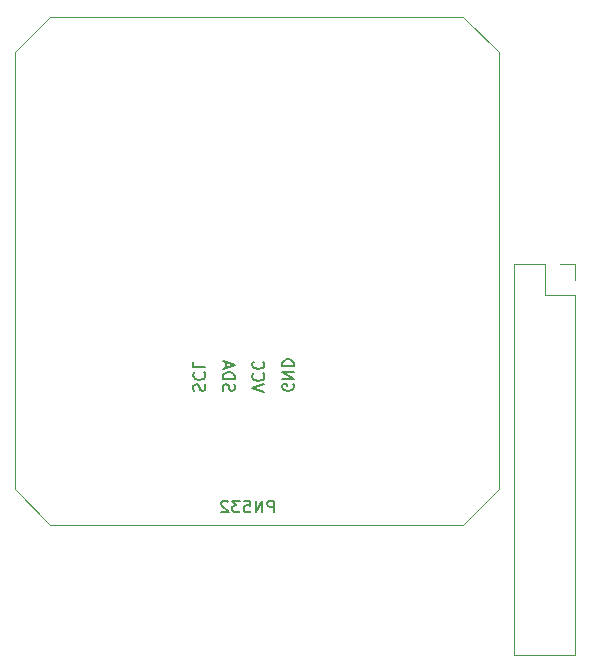
<source format=gbr>
%TF.GenerationSoftware,KiCad,Pcbnew,8.0.4-8.0.4-0~ubuntu22.04.1*%
%TF.CreationDate,2024-09-02T17:19:41-04:00*%
%TF.ProjectId,hivemind-pcb,68697665-6d69-46e6-942d-7063622e6b69,rev?*%
%TF.SameCoordinates,Original*%
%TF.FileFunction,Legend,Bot*%
%TF.FilePolarity,Positive*%
%FSLAX46Y46*%
G04 Gerber Fmt 4.6, Leading zero omitted, Abs format (unit mm)*
G04 Created by KiCad (PCBNEW 8.0.4-8.0.4-0~ubuntu22.04.1) date 2024-09-02 17:19:41*
%MOMM*%
%LPD*%
G01*
G04 APERTURE LIST*
%ADD10C,0.100000*%
%ADD11C,0.150000*%
%ADD12C,0.200000*%
%ADD13C,0.120000*%
G04 APERTURE END LIST*
D10*
X183250000Y-87000000D02*
X183250000Y-50000000D01*
X186250000Y-90000000D02*
X183250000Y-87000000D01*
X221250000Y-90000000D02*
X186250000Y-90000000D01*
X224250000Y-87000000D02*
X221250000Y-90000000D01*
X224250000Y-50000000D02*
X224250000Y-87000000D01*
X221250000Y-47000000D02*
X224250000Y-50000000D01*
X186250000Y-47000000D02*
X221250000Y-47000000D01*
X183250000Y-50000000D02*
X186250000Y-47000000D01*
D11*
X205214285Y-88954819D02*
X205214285Y-87954819D01*
X205214285Y-87954819D02*
X204833333Y-87954819D01*
X204833333Y-87954819D02*
X204738095Y-88002438D01*
X204738095Y-88002438D02*
X204690476Y-88050057D01*
X204690476Y-88050057D02*
X204642857Y-88145295D01*
X204642857Y-88145295D02*
X204642857Y-88288152D01*
X204642857Y-88288152D02*
X204690476Y-88383390D01*
X204690476Y-88383390D02*
X204738095Y-88431009D01*
X204738095Y-88431009D02*
X204833333Y-88478628D01*
X204833333Y-88478628D02*
X205214285Y-88478628D01*
X204214285Y-88954819D02*
X204214285Y-87954819D01*
X204214285Y-87954819D02*
X203642857Y-88954819D01*
X203642857Y-88954819D02*
X203642857Y-87954819D01*
X202690476Y-87954819D02*
X203166666Y-87954819D01*
X203166666Y-87954819D02*
X203214285Y-88431009D01*
X203214285Y-88431009D02*
X203166666Y-88383390D01*
X203166666Y-88383390D02*
X203071428Y-88335771D01*
X203071428Y-88335771D02*
X202833333Y-88335771D01*
X202833333Y-88335771D02*
X202738095Y-88383390D01*
X202738095Y-88383390D02*
X202690476Y-88431009D01*
X202690476Y-88431009D02*
X202642857Y-88526247D01*
X202642857Y-88526247D02*
X202642857Y-88764342D01*
X202642857Y-88764342D02*
X202690476Y-88859580D01*
X202690476Y-88859580D02*
X202738095Y-88907200D01*
X202738095Y-88907200D02*
X202833333Y-88954819D01*
X202833333Y-88954819D02*
X203071428Y-88954819D01*
X203071428Y-88954819D02*
X203166666Y-88907200D01*
X203166666Y-88907200D02*
X203214285Y-88859580D01*
X202309523Y-87954819D02*
X201690476Y-87954819D01*
X201690476Y-87954819D02*
X202023809Y-88335771D01*
X202023809Y-88335771D02*
X201880952Y-88335771D01*
X201880952Y-88335771D02*
X201785714Y-88383390D01*
X201785714Y-88383390D02*
X201738095Y-88431009D01*
X201738095Y-88431009D02*
X201690476Y-88526247D01*
X201690476Y-88526247D02*
X201690476Y-88764342D01*
X201690476Y-88764342D02*
X201738095Y-88859580D01*
X201738095Y-88859580D02*
X201785714Y-88907200D01*
X201785714Y-88907200D02*
X201880952Y-88954819D01*
X201880952Y-88954819D02*
X202166666Y-88954819D01*
X202166666Y-88954819D02*
X202261904Y-88907200D01*
X202261904Y-88907200D02*
X202309523Y-88859580D01*
X201309523Y-88050057D02*
X201261904Y-88002438D01*
X201261904Y-88002438D02*
X201166666Y-87954819D01*
X201166666Y-87954819D02*
X200928571Y-87954819D01*
X200928571Y-87954819D02*
X200833333Y-88002438D01*
X200833333Y-88002438D02*
X200785714Y-88050057D01*
X200785714Y-88050057D02*
X200738095Y-88145295D01*
X200738095Y-88145295D02*
X200738095Y-88240533D01*
X200738095Y-88240533D02*
X200785714Y-88383390D01*
X200785714Y-88383390D02*
X201357142Y-88954819D01*
X201357142Y-88954819D02*
X200738095Y-88954819D01*
D12*
X206835161Y-78106517D02*
X206882780Y-78201755D01*
X206882780Y-78201755D02*
X206882780Y-78344612D01*
X206882780Y-78344612D02*
X206835161Y-78487469D01*
X206835161Y-78487469D02*
X206739923Y-78582707D01*
X206739923Y-78582707D02*
X206644685Y-78630326D01*
X206644685Y-78630326D02*
X206454209Y-78677945D01*
X206454209Y-78677945D02*
X206311352Y-78677945D01*
X206311352Y-78677945D02*
X206120876Y-78630326D01*
X206120876Y-78630326D02*
X206025638Y-78582707D01*
X206025638Y-78582707D02*
X205930400Y-78487469D01*
X205930400Y-78487469D02*
X205882780Y-78344612D01*
X205882780Y-78344612D02*
X205882780Y-78249374D01*
X205882780Y-78249374D02*
X205930400Y-78106517D01*
X205930400Y-78106517D02*
X205978019Y-78058898D01*
X205978019Y-78058898D02*
X206311352Y-78058898D01*
X206311352Y-78058898D02*
X206311352Y-78249374D01*
X205882780Y-77630326D02*
X206882780Y-77630326D01*
X206882780Y-77630326D02*
X205882780Y-77058898D01*
X205882780Y-77058898D02*
X206882780Y-77058898D01*
X205882780Y-76582707D02*
X206882780Y-76582707D01*
X206882780Y-76582707D02*
X206882780Y-76344612D01*
X206882780Y-76344612D02*
X206835161Y-76201755D01*
X206835161Y-76201755D02*
X206739923Y-76106517D01*
X206739923Y-76106517D02*
X206644685Y-76058898D01*
X206644685Y-76058898D02*
X206454209Y-76011279D01*
X206454209Y-76011279D02*
X206311352Y-76011279D01*
X206311352Y-76011279D02*
X206120876Y-76058898D01*
X206120876Y-76058898D02*
X206025638Y-76106517D01*
X206025638Y-76106517D02*
X205930400Y-76201755D01*
X205930400Y-76201755D02*
X205882780Y-76344612D01*
X205882780Y-76344612D02*
X205882780Y-76582707D01*
X204382780Y-78773183D02*
X203382780Y-78439850D01*
X203382780Y-78439850D02*
X204382780Y-78106517D01*
X203478019Y-77201755D02*
X203430400Y-77249374D01*
X203430400Y-77249374D02*
X203382780Y-77392231D01*
X203382780Y-77392231D02*
X203382780Y-77487469D01*
X203382780Y-77487469D02*
X203430400Y-77630326D01*
X203430400Y-77630326D02*
X203525638Y-77725564D01*
X203525638Y-77725564D02*
X203620876Y-77773183D01*
X203620876Y-77773183D02*
X203811352Y-77820802D01*
X203811352Y-77820802D02*
X203954209Y-77820802D01*
X203954209Y-77820802D02*
X204144685Y-77773183D01*
X204144685Y-77773183D02*
X204239923Y-77725564D01*
X204239923Y-77725564D02*
X204335161Y-77630326D01*
X204335161Y-77630326D02*
X204382780Y-77487469D01*
X204382780Y-77487469D02*
X204382780Y-77392231D01*
X204382780Y-77392231D02*
X204335161Y-77249374D01*
X204335161Y-77249374D02*
X204287542Y-77201755D01*
X203478019Y-76201755D02*
X203430400Y-76249374D01*
X203430400Y-76249374D02*
X203382780Y-76392231D01*
X203382780Y-76392231D02*
X203382780Y-76487469D01*
X203382780Y-76487469D02*
X203430400Y-76630326D01*
X203430400Y-76630326D02*
X203525638Y-76725564D01*
X203525638Y-76725564D02*
X203620876Y-76773183D01*
X203620876Y-76773183D02*
X203811352Y-76820802D01*
X203811352Y-76820802D02*
X203954209Y-76820802D01*
X203954209Y-76820802D02*
X204144685Y-76773183D01*
X204144685Y-76773183D02*
X204239923Y-76725564D01*
X204239923Y-76725564D02*
X204335161Y-76630326D01*
X204335161Y-76630326D02*
X204382780Y-76487469D01*
X204382780Y-76487469D02*
X204382780Y-76392231D01*
X204382780Y-76392231D02*
X204335161Y-76249374D01*
X204335161Y-76249374D02*
X204287542Y-76201755D01*
X200930400Y-78677945D02*
X200882780Y-78535088D01*
X200882780Y-78535088D02*
X200882780Y-78296993D01*
X200882780Y-78296993D02*
X200930400Y-78201755D01*
X200930400Y-78201755D02*
X200978019Y-78154136D01*
X200978019Y-78154136D02*
X201073257Y-78106517D01*
X201073257Y-78106517D02*
X201168495Y-78106517D01*
X201168495Y-78106517D02*
X201263733Y-78154136D01*
X201263733Y-78154136D02*
X201311352Y-78201755D01*
X201311352Y-78201755D02*
X201358971Y-78296993D01*
X201358971Y-78296993D02*
X201406590Y-78487469D01*
X201406590Y-78487469D02*
X201454209Y-78582707D01*
X201454209Y-78582707D02*
X201501828Y-78630326D01*
X201501828Y-78630326D02*
X201597066Y-78677945D01*
X201597066Y-78677945D02*
X201692304Y-78677945D01*
X201692304Y-78677945D02*
X201787542Y-78630326D01*
X201787542Y-78630326D02*
X201835161Y-78582707D01*
X201835161Y-78582707D02*
X201882780Y-78487469D01*
X201882780Y-78487469D02*
X201882780Y-78249374D01*
X201882780Y-78249374D02*
X201835161Y-78106517D01*
X200882780Y-77677945D02*
X201882780Y-77677945D01*
X201882780Y-77677945D02*
X201882780Y-77439850D01*
X201882780Y-77439850D02*
X201835161Y-77296993D01*
X201835161Y-77296993D02*
X201739923Y-77201755D01*
X201739923Y-77201755D02*
X201644685Y-77154136D01*
X201644685Y-77154136D02*
X201454209Y-77106517D01*
X201454209Y-77106517D02*
X201311352Y-77106517D01*
X201311352Y-77106517D02*
X201120876Y-77154136D01*
X201120876Y-77154136D02*
X201025638Y-77201755D01*
X201025638Y-77201755D02*
X200930400Y-77296993D01*
X200930400Y-77296993D02*
X200882780Y-77439850D01*
X200882780Y-77439850D02*
X200882780Y-77677945D01*
X201168495Y-76725564D02*
X201168495Y-76249374D01*
X200882780Y-76820802D02*
X201882780Y-76487469D01*
X201882780Y-76487469D02*
X200882780Y-76154136D01*
X198430400Y-78677945D02*
X198382780Y-78535088D01*
X198382780Y-78535088D02*
X198382780Y-78296993D01*
X198382780Y-78296993D02*
X198430400Y-78201755D01*
X198430400Y-78201755D02*
X198478019Y-78154136D01*
X198478019Y-78154136D02*
X198573257Y-78106517D01*
X198573257Y-78106517D02*
X198668495Y-78106517D01*
X198668495Y-78106517D02*
X198763733Y-78154136D01*
X198763733Y-78154136D02*
X198811352Y-78201755D01*
X198811352Y-78201755D02*
X198858971Y-78296993D01*
X198858971Y-78296993D02*
X198906590Y-78487469D01*
X198906590Y-78487469D02*
X198954209Y-78582707D01*
X198954209Y-78582707D02*
X199001828Y-78630326D01*
X199001828Y-78630326D02*
X199097066Y-78677945D01*
X199097066Y-78677945D02*
X199192304Y-78677945D01*
X199192304Y-78677945D02*
X199287542Y-78630326D01*
X199287542Y-78630326D02*
X199335161Y-78582707D01*
X199335161Y-78582707D02*
X199382780Y-78487469D01*
X199382780Y-78487469D02*
X199382780Y-78249374D01*
X199382780Y-78249374D02*
X199335161Y-78106517D01*
X198478019Y-77106517D02*
X198430400Y-77154136D01*
X198430400Y-77154136D02*
X198382780Y-77296993D01*
X198382780Y-77296993D02*
X198382780Y-77392231D01*
X198382780Y-77392231D02*
X198430400Y-77535088D01*
X198430400Y-77535088D02*
X198525638Y-77630326D01*
X198525638Y-77630326D02*
X198620876Y-77677945D01*
X198620876Y-77677945D02*
X198811352Y-77725564D01*
X198811352Y-77725564D02*
X198954209Y-77725564D01*
X198954209Y-77725564D02*
X199144685Y-77677945D01*
X199144685Y-77677945D02*
X199239923Y-77630326D01*
X199239923Y-77630326D02*
X199335161Y-77535088D01*
X199335161Y-77535088D02*
X199382780Y-77392231D01*
X199382780Y-77392231D02*
X199382780Y-77296993D01*
X199382780Y-77296993D02*
X199335161Y-77154136D01*
X199335161Y-77154136D02*
X199287542Y-77106517D01*
X198382780Y-76201755D02*
X198382780Y-76677945D01*
X198382780Y-76677945D02*
X199382780Y-76677945D01*
D13*
%TO.C,OrangePi Header*%
X229400000Y-67920000D02*
X230730000Y-67920000D01*
X230730000Y-67920000D02*
X230730000Y-69250000D01*
X230730000Y-101060000D02*
X230730000Y-70520000D01*
X228130000Y-70520000D02*
X230730000Y-70520000D01*
X225530000Y-101060000D02*
X230730000Y-101060000D01*
X225530000Y-67920000D02*
X228130000Y-67920000D01*
X228130000Y-67920000D02*
X228130000Y-70520000D01*
X225530000Y-101060000D02*
X225530000Y-67920000D01*
%TD*%
M02*

</source>
